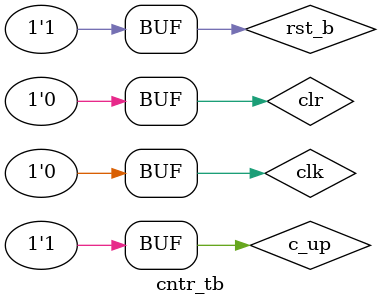
<source format=v>
module cntr #(parameter w=8)(
  input clk, rst_b, c_up, clr,
  output reg [w-1:0] q
);
  always @ (posedge clk, negedge rst_b) begin
    if (rst_b == 0) q <= 0;
    else if (c_up == 1) q <= q+1;
    else if (clr == 1) q <= 0;
  end
endmodule

module cntr_tb; //w = 3
  reg clk, rst_b, c_up, clr;
  wire [2:0] q;
  
  cntr #(.w(3)) inst1(.clk(clk), .rst_b(rst_b), .c_up(c_up), .clr(clr), .q(q));
  localparam CLK_PERIOD = 200;
  localparam RUNNING_CYCLES = 11;
  initial begin
    $display("time\tclk\trst_b\tc_up\tclr\tq");
    $monitor("%4t\t%b\t%b\t%b\t%b\t%b",$time,clk,rst_b,c_up,clr,q);
    clk = 0;
    repeat (2*RUNNING_CYCLES) #(CLK_PERIOD/2) clk=~clk;
  end
  localparam RST_DURATION = 50;
  initial begin
    rst_b = 0;
    #RST_DURATION rst_b = 1;
  end
  initial begin
    c_up = 1;
    #400 c_up = 0;
    #400 c_up = 1;
  end
  initial begin
    clr = 0;
    #600 clr = 1;
    #400 clr = 0;
  end
endmodule
</source>
